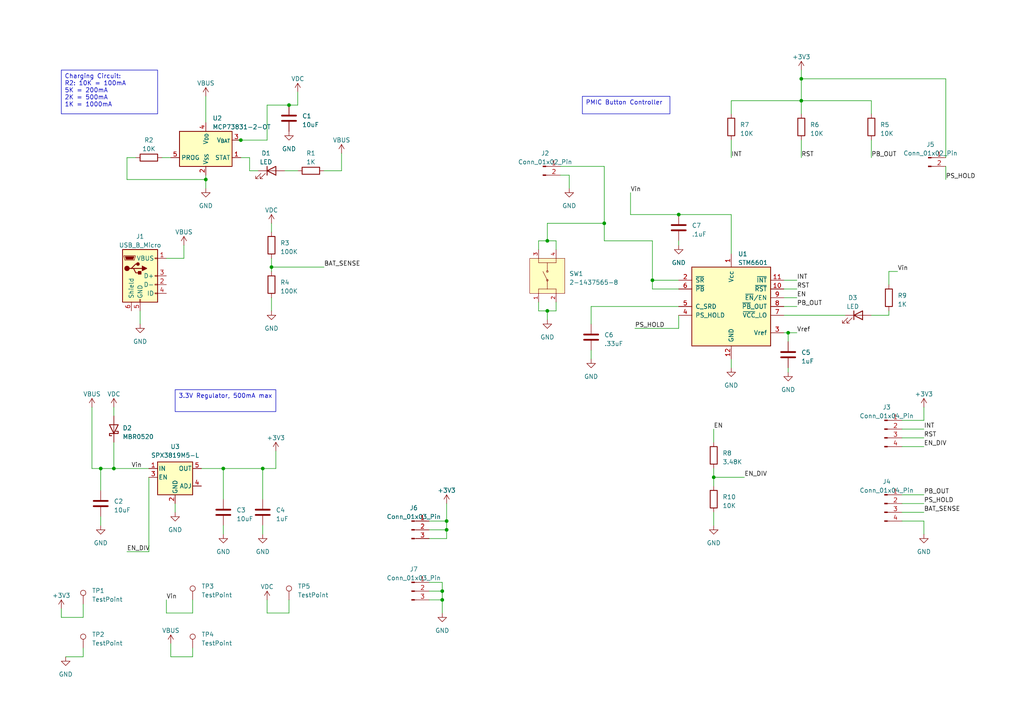
<source format=kicad_sch>
(kicad_sch (version 20230121) (generator eeschema)
  (paper "A4")
  (lib_symbols
    (symbol "2-1437565-8_CustomSwitch:2-1437565-8" (pin_names (offset 1.016))
      (property "Reference" "SW" (at -5.0841 5.3383 0))
      (property "Value" "2-1437565-8" (at -5.0826 -6.6074 0))
      (symbol "2-1437565-8_0_0"
        (rectangle (start -5.08 -5.08) (end 5.08 5.08) (stroke (width 0.127)) (fill (type background)))
        (circle (center -1.27 0) (radius 0.254) (stroke (width 0.127)))
        (polyline (pts (xy -5.08 2.54) (xy -3.81 2.54)) (stroke (width 0.127)))
        (polyline (pts (xy -3.81 -2.54) (xy -5.08 -2.54)) (stroke (width 0.127)))
        (polyline (pts (xy -3.81 0) (xy -3.81 -2.54)) (stroke (width 0.127)))
        (polyline (pts (xy -3.81 0) (xy -1.27 0)) (stroke (width 0.127)))
        (polyline (pts (xy -3.81 2.54) (xy -3.81 0)) (stroke (width 0.127)))
        (polyline (pts (xy -1.27 0) (xy 1.27 1.27)) (stroke (width 0.127)))
        (polyline (pts (xy 1.27 0) (xy 3.81 0)) (stroke (width 0.127)))
        (polyline (pts (xy 3.81 -2.54) (xy 5.08 -2.54)) (stroke (width 0.127)))
        (polyline (pts (xy 3.81 0) (xy 3.81 -2.54)) (stroke (width 0.127)))
        (polyline (pts (xy 3.81 0) (xy 3.81 2.54)) (stroke (width 0.127)))
        (polyline (pts (xy 3.81 2.54) (xy 5.08 2.54)) (stroke (width 0.127)))
        (circle (center 1.27 0) (radius 0.254) (stroke (width 0.127)))
        (pin passive line (at -7.62 2.54 0) (length 2.54) (name "~") (number "1"))
        (pin passive line (at -7.62 -2.54 0) (length 2.54) (name "~") (number "2"))
        (pin passive line (at 7.62 2.54 180) (length 2.54) (name "~") (number "3"))
        (pin passive line (at 7.62 -2.54 180) (length 2.54) (name "~") (number "4"))
      )
    )
    (symbol "Battery_Management:MCP73831-2-OT"
      (property "Reference" "U" (at -7.62 6.35 0))
      (property "Value" "MCP73831-2-OT" (at 1.27 6.35 0))
      (symbol "MCP73831-2-OT_0_1"
        (rectangle (start -7.62 5.08) (end 7.62 -5.08) (stroke (width 0.254)) (fill (type background)))
      )
      (symbol "MCP73831-2-OT_1_1"
        (pin output line (at 10.16 -2.54 180) (length 2.54) (name "STAT") (number "1"))
        (pin power_in line (at 0 -7.62 90) (length 2.54) (name "V_{SS}") (number "2"))
        (pin power_out line (at 10.16 2.54 180) (length 2.54) (name "V_{BAT}") (number "3"))
        (pin power_in line (at 0 7.62 270) (length 2.54) (name "V_{DD}") (number "4"))
        (pin input line (at -10.16 -2.54 0) (length 2.54) (name "PROG") (number "5"))
      )
    )
    (symbol "Connector:Conn_01x02_Pin" (pin_names (offset 1.016) hide)
      (property "Reference" "J" (at 0 2.54 0))
      (property "Value" "Conn_01x02_Pin" (at 0 -5.08 0))
      (symbol "Conn_01x02_Pin_1_1"
        (polyline (pts (xy 1.27 -2.54) (xy 0.8636 -2.54)) (stroke (width 0.1524)))
        (polyline (pts (xy 1.27 0) (xy 0.8636 0)) (stroke (width 0.1524)))
        (rectangle (start 0.8636 -2.413) (end 0 -2.667) (stroke (width 0.1524)) (fill (type outline)))
        (rectangle (start 0.8636 0.127) (end 0 -0.127) (stroke (width 0.1524)) (fill (type outline)))
        (pin passive line (at 5.08 0 180) (length 3.81) (name "Pin_1") (number "1"))
        (pin passive line (at 5.08 -2.54 180) (length 3.81) (name "Pin_2") (number "2"))
      )
    )
    (symbol "Connector:Conn_01x03_Pin" (pin_names (offset 1.016) hide)
      (property "Reference" "J" (at 0 5.08 0))
      (property "Value" "Conn_01x03_Pin" (at 0 -5.08 0))
      (symbol "Conn_01x03_Pin_1_1"
        (polyline (pts (xy 1.27 -2.54) (xy 0.8636 -2.54)) (stroke (width 0.1524)))
        (polyline (pts (xy 1.27 0) (xy 0.8636 0)) (stroke (width 0.1524)))
        (polyline (pts (xy 1.27 2.54) (xy 0.8636 2.54)) (stroke (width 0.1524)))
        (rectangle (start 0.8636 -2.413) (end 0 -2.667) (stroke (width 0.1524)) (fill (type outline)))
        (rectangle (start 0.8636 0.127) (end 0 -0.127) (stroke (width 0.1524)) (fill (type outline)))
        (rectangle (start 0.8636 2.667) (end 0 2.413) (stroke (width 0.1524)) (fill (type outline)))
        (pin passive line (at 5.08 2.54 180) (length 3.81) (name "Pin_1") (number "1"))
        (pin passive line (at 5.08 0 180) (length 3.81) (name "Pin_2") (number "2"))
        (pin passive line (at 5.08 -2.54 180) (length 3.81) (name "Pin_3") (number "3"))
      )
    )
    (symbol "Connector:Conn_01x04_Pin" (pin_names (offset 1.016) hide)
      (property "Reference" "J" (at 0 5.08 0))
      (property "Value" "Conn_01x04_Pin" (at 0 -7.62 0))
      (symbol "Conn_01x04_Pin_1_1"
        (polyline (pts (xy 1.27 -5.08) (xy 0.8636 -5.08)) (stroke (width 0.1524)))
        (polyline (pts (xy 1.27 -2.54) (xy 0.8636 -2.54)) (stroke (width 0.1524)))
        (polyline (pts (xy 1.27 0) (xy 0.8636 0)) (stroke (width 0.1524)))
        (polyline (pts (xy 1.27 2.54) (xy 0.8636 2.54)) (stroke (width 0.1524)))
        (rectangle (start 0.8636 -4.953) (end 0 -5.207) (stroke (width 0.1524)) (fill (type outline)))
        (rectangle (start 0.8636 -2.413) (end 0 -2.667) (stroke (width 0.1524)) (fill (type outline)))
        (rectangle (start 0.8636 0.127) (end 0 -0.127) (stroke (width 0.1524)) (fill (type outline)))
        (rectangle (start 0.8636 2.667) (end 0 2.413) (stroke (width 0.1524)) (fill (type outline)))
        (pin passive line (at 5.08 2.54 180) (length 3.81) (name "Pin_1") (number "1"))
        (pin passive line (at 5.08 0 180) (length 3.81) (name "Pin_2") (number "2"))
        (pin passive line (at 5.08 -2.54 180) (length 3.81) (name "Pin_3") (number "3"))
        (pin passive line (at 5.08 -5.08 180) (length 3.81) (name "Pin_4") (number "4"))
      )
    )
    (symbol "Connector:TestPoint" (pin_numbers hide) (pin_names (offset 0.762) hide)
      (property "Reference" "TP" (at 0 6.858 0))
      (property "Value" "TestPoint" (at 0 5.08 0))
      (symbol "TestPoint_0_1"
        (circle (center 0 3.302) (radius 0.762))
      )
      (symbol "TestPoint_1_1"
        (pin passive line (at 0 0 90) (length 2.54) (name "1") (number "1"))
      )
    )
    (symbol "Connector:USB_B_Micro" (pin_names (offset 1.016))
      (property "Reference" "J" (at -5.08 11.43 0))
      (property "Value" "USB_B_Micro" (at -5.08 8.89 0))
      (symbol "USB_B_Micro_0_1"
        (rectangle (start -5.08 -7.62) (end 5.08 7.62) (stroke (width 0.254)) (fill (type background)))
        (circle (center -3.81 2.159) (radius 0.635) (stroke (width 0.254)) (fill (type outline)))
        (circle (center -0.635 3.429) (radius 0.381) (stroke (width 0.254)) (fill (type outline)))
        (rectangle (start -0.127 -7.62) (end 0.127 -6.858))
        (polyline (pts (xy -1.905 2.159) (xy 0.635 2.159)) (stroke (width 0.254)))
        (polyline (pts (xy -3.175 2.159) (xy -2.54 2.159) (xy -1.27 3.429) (xy -0.635 3.429)) (stroke (width 0.254)))
        (polyline (pts (xy -2.54 2.159) (xy -1.905 2.159) (xy -1.27 0.889) (xy 0 0.889)) (stroke (width 0.254)))
        (polyline (pts (xy 0.635 2.794) (xy 0.635 1.524) (xy 1.905 2.159) (xy 0.635 2.794)) (stroke (width 0.254)) (fill (type outline)))
        (polyline (pts (xy -4.318 5.588) (xy -1.778 5.588) (xy -2.032 4.826) (xy -4.064 4.826) (xy -4.318 5.588)) (fill (type outline)))
        (polyline (pts (xy -4.699 5.842) (xy -4.699 5.588) (xy -4.445 4.826) (xy -4.445 4.572) (xy -1.651 4.572) (xy -1.651 4.826) (xy -1.397 5.588) (xy -1.397 5.842) (xy -4.699 5.842)))
        (rectangle (start 0.254 1.27) (end -0.508 0.508) (stroke (width 0.254)) (fill (type outline)))
        (rectangle (start 5.08 -5.207) (end 4.318 -4.953))
        (rectangle (start 5.08 -2.667) (end 4.318 -2.413))
        (rectangle (start 5.08 -0.127) (end 4.318 0.127))
        (rectangle (start 5.08 4.953) (end 4.318 5.207))
      )
      (symbol "USB_B_Micro_1_1"
        (pin power_out line (at 7.62 5.08 180) (length 2.54) (name "VBUS") (number "1"))
        (pin bidirectional line (at 7.62 -2.54 180) (length 2.54) (name "D-") (number "2"))
        (pin bidirectional line (at 7.62 0 180) (length 2.54) (name "D+") (number "3"))
        (pin passive line (at 7.62 -5.08 180) (length 2.54) (name "ID") (number "4"))
        (pin power_out line (at 0 -10.16 90) (length 2.54) (name "GND") (number "5"))
        (pin passive line (at -2.54 -10.16 90) (length 2.54) (name "Shield") (number "6"))
      )
    )
    (symbol "Device:C" (pin_numbers hide) (pin_names (offset 0.254))
      (property "Reference" "C" (at 0.635 2.54 0))
      (property "Value" "C" (at 0.635 -2.54 0))
      (symbol "C_0_1"
        (polyline (pts (xy -2.032 -0.762) (xy 2.032 -0.762)) (stroke (width 0.508)))
        (polyline (pts (xy -2.032 0.762) (xy 2.032 0.762)) (stroke (width 0.508)))
      )
      (symbol "C_1_1"
        (pin passive line (at 0 3.81 270) (length 2.794) (name "~") (number "1"))
        (pin passive line (at 0 -3.81 90) (length 2.794) (name "~") (number "2"))
      )
    )
    (symbol "Device:LED" (pin_numbers hide) (pin_names (offset 1.016) hide)
      (property "Reference" "D" (at 0 2.54 0))
      (property "Value" "LED" (at 0 -2.54 0))
      (symbol "LED_0_1"
        (polyline (pts (xy -1.27 -1.27) (xy -1.27 1.27)) (stroke (width 0.254)))
        (polyline (pts (xy -1.27 0) (xy 1.27 0)))
        (polyline (pts (xy 1.27 -1.27) (xy 1.27 1.27) (xy -1.27 0) (xy 1.27 -1.27)) (stroke (width 0.254)))
        (polyline (pts (xy -3.048 -0.762) (xy -4.572 -2.286) (xy -3.81 -2.286) (xy -4.572 -2.286) (xy -4.572 -1.524)))
        (polyline (pts (xy -1.778 -0.762) (xy -3.302 -2.286) (xy -2.54 -2.286) (xy -3.302 -2.286) (xy -3.302 -1.524)))
      )
      (symbol "LED_1_1"
        (pin passive line (at -3.81 0 0) (length 2.54) (name "K") (number "1"))
        (pin passive line (at 3.81 0 180) (length 2.54) (name "A") (number "2"))
      )
    )
    (symbol "Device:R" (pin_numbers hide) (pin_names (offset 0))
      (property "Reference" "R" (at 2.032 0 90))
      (property "Value" "R" (at 0 0 90))
      (symbol "R_0_1"
        (rectangle (start -1.016 -2.54) (end 1.016 2.54) (stroke (width 0.254)))
      )
      (symbol "R_1_1"
        (pin passive line (at 0 3.81 270) (length 1.27) (name "~") (number "1"))
        (pin passive line (at 0 -3.81 90) (length 1.27) (name "~") (number "2"))
      )
    )
    (symbol "Diode:MBR0520" (pin_numbers hide) (pin_names (offset 1.016) hide)
      (property "Reference" "D" (at 0 2.54 0))
      (property "Value" "MBR0520" (at 0 -2.54 0))
      (symbol "MBR0520_0_1"
        (polyline (pts (xy 1.27 0) (xy -1.27 0)))
        (polyline (pts (xy 1.27 1.27) (xy 1.27 -1.27) (xy -1.27 0) (xy 1.27 1.27)) (stroke (width 0.254)))
        (polyline (pts (xy -1.905 0.635) (xy -1.905 1.27) (xy -1.27 1.27) (xy -1.27 -1.27) (xy -0.635 -1.27) (xy -0.635 -0.635)) (stroke (width 0.254)))
      )
      (symbol "MBR0520_1_1"
        (pin passive line (at -3.81 0 0) (length 2.54) (name "K") (number "1"))
        (pin passive line (at 3.81 0 180) (length 2.54) (name "A") (number "2"))
      )
    )
    (symbol "Power_Management:STM6601" (pin_names (offset 1.016))
      (property "Reference" "U" (at -2.54 15.24 0))
      (property "Value" "STM6601" (at -2.54 12.7 0))
      (symbol "STM6601_0_1"
        (rectangle (start -11.43 11.43) (end 11.43 -11.43) (stroke (width 0.254)) (fill (type background)))
      )
      (symbol "STM6601_1_1"
        (pin power_in line (at 0 15.24 270) (length 3.81) (name "Vcc") (number "1"))
        (pin open_collector line (at 15.24 5.08 180) (length 3.81) (name "~{RST}") (number "10"))
        (pin open_collector line (at 15.24 7.62 180) (length 3.81) (name "~{INT}") (number "11"))
        (pin power_in line (at 0 -15.24 90) (length 3.81) (name "GND") (number "12"))
        (pin input line (at -15.24 7.62 0) (length 3.81) (name "~{SR}") (number "2"))
        (pin output line (at 15.24 -7.62 180) (length 3.81) (name "Vref") (number "3"))
        (pin input line (at -15.24 -2.54 0) (length 3.81) (name "PS_HOLD") (number "4"))
        (pin input line (at -15.24 0 0) (length 3.81) (name "C_SRD") (number "5"))
        (pin input line (at -15.24 5.08 0) (length 3.81) (name "~{PB}") (number "6"))
        (pin open_collector line (at 15.24 -2.54 180) (length 3.81) (name "~{VCC}_LO") (number "7"))
        (pin open_collector line (at 15.24 0 180) (length 3.81) (name "~{PB}_OUT") (number "8"))
        (pin output line (at 15.24 2.54 180) (length 3.81) (name "~{EN}/EN") (number "9"))
      )
    )
    (symbol "Regulator_Linear:SPX3819M5-L" (pin_names (offset 0.254))
      (property "Reference" "U" (at -3.81 5.715 0))
      (property "Value" "SPX3819M5-L" (at 0 5.715 0))
      (symbol "SPX3819M5-L_0_1"
        (rectangle (start -5.08 4.445) (end 5.08 -5.08) (stroke (width 0.254)) (fill (type background)))
      )
      (symbol "SPX3819M5-L_1_1"
        (pin power_in line (at -7.62 2.54 0) (length 2.54) (name "IN") (number "1"))
        (pin power_in line (at 0 -7.62 90) (length 2.54) (name "GND") (number "2"))
        (pin input line (at -7.62 0 0) (length 2.54) (name "EN") (number "3"))
        (pin input line (at 7.62 -2.54 180) (length 2.54) (name "ADJ") (number "4"))
        (pin power_out line (at 7.62 2.54 180) (length 2.54) (name "OUT") (number "5"))
      )
    )
    (symbol "power:+3V3" (power) (pin_names (offset 0))
      (property "Value" "+3V3" (at 0 3.556 0))
      (symbol "+3V3_0_1"
        (polyline (pts (xy -0.762 1.27) (xy 0 2.54)))
        (polyline (pts (xy 0 0) (xy 0 2.54)))
        (polyline (pts (xy 0 2.54) (xy 0.762 1.27)))
      )
      (symbol "+3V3_1_1"
        (pin power_in line (at 0 0 90) (length 0) hide (name "+3V3") (number "1"))
      )
    )
    (symbol "power:GND" (power) (pin_names (offset 0))
      (property "Value" "GND" (at 0 -3.81 0))
      (symbol "GND_0_1"
        (polyline (pts (xy 0 0) (xy 0 -1.27) (xy 1.27 -1.27) (xy 0 -2.54) (xy -1.27 -1.27) (xy 0 -1.27)))
      )
      (symbol "GND_1_1"
        (pin power_in line (at 0 0 270) (length 0) hide (name "GND") (number "1"))
      )
    )
    (symbol "power:VBUS" (power) (pin_names (offset 0))
      (property "Value" "VBUS" (at 0 3.81 0))
      (symbol "VBUS_0_1"
        (polyline (pts (xy -0.762 1.27) (xy 0 2.54)))
        (polyline (pts (xy 0 0) (xy 0 2.54)))
        (polyline (pts (xy 0 2.54) (xy 0.762 1.27)))
      )
      (symbol "VBUS_1_1"
        (pin power_in line (at 0 0 90) (length 0) hide (name "VBUS") (number "1"))
      )
    )
    (symbol "power:VDC" (power) (pin_names (offset 0))
      (property "Value" "VDC" (at 0 6.35 0))
      (symbol "VDC_0_1"
        (polyline (pts (xy -0.762 1.27) (xy 0 2.54)))
        (polyline (pts (xy 0 0) (xy 0 2.54)))
        (polyline (pts (xy 0 2.54) (xy 0.762 1.27)))
      )
      (symbol "VDC_1_1"
        (pin power_in line (at 0 0 90) (length 0) hide (name "VDC") (number "1"))
      )
    )
  )
  (junction (at 228.6 96.52))
  (junction (at 29.21 135.89))
  (junction (at 158.75 69.85))
  (junction (at 128.27 173.99))
  (junction (at 129.54 151.13))
  (junction (at 175.26 64.77))
  (junction (at 64.77 135.89))
  (junction (at 189.23 81.28))
  (junction (at 196.85 62.23))
  (junction (at 78.74 77.47))
  (junction (at 69.85 40.64))
  (junction (at 128.27 171.45))
  (junction (at 83.82 30.48))
  (junction (at 33.02 135.89))
  (junction (at 59.69 52.07))
  (junction (at 207.01 138.43))
  (junction (at 76.2 135.89))
  (junction (at 232.41 29.21))
  (junction (at 129.54 153.67))
  (junction (at 232.41 22.86))
  (junction (at 158.75 90.17))
  (wire (pts (xy 232.41 40.64) (xy 232.41 45.72)))
  (wire (pts (xy 124.46 173.99) (xy 128.27 173.99)))
  (wire (pts (xy 59.69 52.07) (xy 59.69 54.61)))
  (wire (pts (xy 232.41 22.86) (xy 232.41 29.21)))
  (wire (pts (xy 36.83 45.72) (xy 36.83 52.07)))
  (wire (pts (xy 158.75 69.85) (xy 161.29 69.85)))
  (wire (pts (xy 158.75 64.77) (xy 158.75 69.85)))
  (wire (pts (xy 267.97 121.92) (xy 267.97 118.11)))
  (wire (pts (xy 82.55 49.53) (xy 86.36 49.53)))
  (wire (pts (xy 212.09 40.64) (xy 212.09 45.72)))
  (wire (pts (xy 39.37 45.72) (xy 36.83 45.72)))
  (wire (pts (xy 99.06 44.45) (xy 99.06 49.53)))
  (wire (pts (xy 267.97 151.13) (xy 267.97 154.94)))
  (wire (pts (xy 19.05 190.5) (xy 24.13 190.5)))
  (wire (pts (xy 257.81 78.74) (xy 260.35 78.74)))
  (wire (pts (xy 162.56 50.8) (xy 165.1 50.8)))
  (wire (pts (xy 72.39 49.53) (xy 74.93 49.53)))
  (wire (pts (xy 261.62 151.13) (xy 267.97 151.13)))
  (wire (pts (xy 161.29 87.63) (xy 161.29 90.17)))
  (wire (pts (xy 156.21 87.63) (xy 156.21 90.17)))
  (wire (pts (xy 128.27 168.91) (xy 128.27 171.45)))
  (wire (pts (xy 129.54 146.05) (xy 129.54 151.13)))
  (wire (pts (xy 156.21 90.17) (xy 158.75 90.17)))
  (wire (pts (xy 175.26 69.85) (xy 175.26 64.77)))
  (wire (pts (xy 129.54 156.21) (xy 129.54 153.67)))
  (wire (pts (xy 175.26 48.26) (xy 175.26 64.77)))
  (wire (pts (xy 182.88 55.88) (xy 182.88 62.23)))
  (wire (pts (xy 64.77 152.4) (xy 64.77 154.94)))
  (wire (pts (xy 257.81 91.44) (xy 257.81 90.17)))
  (wire (pts (xy 128.27 173.99) (xy 128.27 177.8)))
  (wire (pts (xy 49.53 190.5) (xy 55.88 190.5)))
  (wire (pts (xy 196.85 83.82) (xy 189.23 83.82)))
  (wire (pts (xy 227.33 91.44) (xy 245.11 91.44)))
  (wire (pts (xy 55.88 187.96) (xy 55.88 190.5)))
  (wire (pts (xy 171.45 101.6) (xy 171.45 104.14)))
  (wire (pts (xy 58.42 135.89) (xy 64.77 135.89)))
  (wire (pts (xy 124.46 171.45) (xy 128.27 171.45)))
  (wire (pts (xy 274.32 22.86) (xy 232.41 22.86)))
  (wire (pts (xy 33.02 128.27) (xy 33.02 135.89)))
  (wire (pts (xy 161.29 69.85) (xy 161.29 72.39)))
  (wire (pts (xy 162.56 48.26) (xy 175.26 48.26)))
  (wire (pts (xy 124.46 168.91) (xy 128.27 168.91)))
  (wire (pts (xy 261.62 127) (xy 267.97 127)))
  (wire (pts (xy 207.01 138.43) (xy 215.9 138.43)))
  (wire (pts (xy 29.21 135.89) (xy 33.02 135.89)))
  (wire (pts (xy 77.47 40.64) (xy 77.47 30.48)))
  (wire (pts (xy 29.21 135.89) (xy 29.21 142.24)))
  (wire (pts (xy 78.74 77.47) (xy 78.74 78.74)))
  (wire (pts (xy 55.88 177.8) (xy 55.88 173.99)))
  (wire (pts (xy 124.46 153.67) (xy 129.54 153.67)))
  (wire (pts (xy 26.67 135.89) (xy 29.21 135.89)))
  (wire (pts (xy 252.73 40.64) (xy 252.73 45.72)))
  (wire (pts (xy 189.23 69.85) (xy 175.26 69.85)))
  (wire (pts (xy 261.62 146.05) (xy 267.97 146.05)))
  (wire (pts (xy 48.26 74.93) (xy 53.34 74.93)))
  (wire (pts (xy 64.77 135.89) (xy 76.2 135.89)))
  (wire (pts (xy 36.83 52.07) (xy 59.69 52.07)))
  (wire (pts (xy 76.2 135.89) (xy 80.01 135.89)))
  (wire (pts (xy 252.73 91.44) (xy 257.81 91.44)))
  (wire (pts (xy 196.85 88.9) (xy 171.45 88.9)))
  (wire (pts (xy 29.21 149.86) (xy 29.21 152.4)))
  (wire (pts (xy 50.8 146.05) (xy 50.8 148.59)))
  (wire (pts (xy 53.34 74.93) (xy 53.34 71.12)))
  (wire (pts (xy 68.58 40.64) (xy 69.85 40.64)))
  (wire (pts (xy 182.88 62.23) (xy 196.85 62.23)))
  (wire (pts (xy 48.26 173.99) (xy 48.26 177.8)))
  (wire (pts (xy 212.09 33.02) (xy 212.09 29.21)))
  (wire (pts (xy 158.75 90.17) (xy 158.75 92.71)))
  (wire (pts (xy 207.01 124.46) (xy 207.01 128.27)))
  (wire (pts (xy 156.21 72.39) (xy 156.21 69.85)))
  (wire (pts (xy 232.41 29.21) (xy 232.41 33.02)))
  (wire (pts (xy 80.01 130.81) (xy 80.01 135.89)))
  (wire (pts (xy 36.83 160.02) (xy 43.18 160.02)))
  (wire (pts (xy 77.47 30.48) (xy 83.82 30.48)))
  (wire (pts (xy 228.6 96.52) (xy 228.6 99.06)))
  (wire (pts (xy 196.85 69.85) (xy 196.85 71.12)))
  (wire (pts (xy 76.2 152.4) (xy 76.2 154.94)))
  (wire (pts (xy 212.09 62.23) (xy 196.85 62.23)))
  (wire (pts (xy 24.13 179.07) (xy 24.13 175.26)))
  (wire (pts (xy 212.09 104.14) (xy 212.09 106.68)))
  (wire (pts (xy 78.74 86.36) (xy 78.74 90.17)))
  (wire (pts (xy 43.18 138.43) (xy 43.18 160.02)))
  (wire (pts (xy 77.47 177.8) (xy 83.82 177.8)))
  (wire (pts (xy 227.33 96.52) (xy 228.6 96.52)))
  (wire (pts (xy 124.46 156.21) (xy 129.54 156.21)))
  (wire (pts (xy 212.09 29.21) (xy 232.41 29.21)))
  (wire (pts (xy 228.6 106.68) (xy 228.6 107.95)))
  (wire (pts (xy 93.98 49.53) (xy 99.06 49.53)))
  (wire (pts (xy 128.27 171.45) (xy 128.27 173.99)))
  (wire (pts (xy 24.13 190.5) (xy 24.13 187.96)))
  (wire (pts (xy 227.33 88.9) (xy 231.14 88.9)))
  (wire (pts (xy 129.54 151.13) (xy 129.54 153.67)))
  (wire (pts (xy 207.01 138.43) (xy 207.01 140.97)))
  (wire (pts (xy 261.62 143.51) (xy 267.97 143.51)))
  (wire (pts (xy 83.82 177.8) (xy 83.82 173.99)))
  (wire (pts (xy 77.47 173.99) (xy 77.47 177.8)))
  (wire (pts (xy 227.33 86.36) (xy 231.14 86.36)))
  (wire (pts (xy 252.73 33.02) (xy 252.73 29.21)))
  (wire (pts (xy 49.53 186.69) (xy 49.53 190.5)))
  (wire (pts (xy 26.67 118.11) (xy 26.67 135.89)))
  (wire (pts (xy 33.02 135.89) (xy 43.18 135.89)))
  (wire (pts (xy 207.01 148.59) (xy 207.01 152.4)))
  (wire (pts (xy 124.46 151.13) (xy 129.54 151.13)))
  (wire (pts (xy 227.33 83.82) (xy 231.14 83.82)))
  (wire (pts (xy 261.62 124.46) (xy 267.97 124.46)))
  (wire (pts (xy 78.74 74.93) (xy 78.74 77.47)))
  (wire (pts (xy 83.82 30.48) (xy 86.36 30.48)))
  (wire (pts (xy 156.21 69.85) (xy 158.75 69.85)))
  (wire (pts (xy 228.6 96.52) (xy 231.14 96.52)))
  (wire (pts (xy 175.26 64.77) (xy 158.75 64.77)))
  (wire (pts (xy 40.64 90.17) (xy 40.64 93.98)))
  (wire (pts (xy 69.85 45.72) (xy 72.39 45.72)))
  (wire (pts (xy 227.33 81.28) (xy 231.14 81.28)))
  (wire (pts (xy 17.78 176.53) (xy 17.78 179.07)))
  (wire (pts (xy 274.32 45.72) (xy 274.32 22.86)))
  (wire (pts (xy 78.74 64.77) (xy 78.74 67.31)))
  (wire (pts (xy 232.41 20.32) (xy 232.41 22.86)))
  (wire (pts (xy 158.75 90.17) (xy 161.29 90.17)))
  (wire (pts (xy 165.1 50.8) (xy 165.1 54.61)))
  (wire (pts (xy 196.85 91.44) (xy 196.85 95.25)))
  (wire (pts (xy 33.02 118.11) (xy 33.02 120.65)))
  (wire (pts (xy 207.01 135.89) (xy 207.01 138.43)))
  (wire (pts (xy 261.62 121.92) (xy 267.97 121.92)))
  (wire (pts (xy 48.26 177.8) (xy 55.88 177.8)))
  (wire (pts (xy 189.23 81.28) (xy 189.23 83.82)))
  (wire (pts (xy 189.23 81.28) (xy 196.85 81.28)))
  (wire (pts (xy 171.45 88.9) (xy 171.45 93.98)))
  (wire (pts (xy 72.39 45.72) (xy 72.39 49.53)))
  (wire (pts (xy 261.62 129.54) (xy 267.97 129.54)))
  (wire (pts (xy 59.69 50.8) (xy 59.69 52.07)))
  (wire (pts (xy 59.69 27.94) (xy 59.69 35.56)))
  (wire (pts (xy 86.36 26.67) (xy 86.36 30.48)))
  (wire (pts (xy 196.85 95.25) (xy 184.15 95.25)))
  (wire (pts (xy 64.77 135.89) (xy 64.77 144.78)))
  (wire (pts (xy 261.62 148.59) (xy 267.97 148.59)))
  (wire (pts (xy 189.23 69.85) (xy 189.23 81.28)))
  (wire (pts (xy 212.09 73.66) (xy 212.09 62.23)))
  (wire (pts (xy 76.2 144.78) (xy 76.2 135.89)))
  (wire (pts (xy 46.99 45.72) (xy 49.53 45.72)))
  (wire (pts (xy 78.74 77.47) (xy 93.98 77.47)))
  (wire (pts (xy 257.81 82.55) (xy 257.81 78.74)))
  (wire (pts (xy 274.32 48.26) (xy 274.32 52.07)))
  (wire (pts (xy 17.78 179.07) (xy 24.13 179.07)))
  (wire (pts (xy 232.41 29.21) (xy 252.73 29.21)))
  (wire (pts (xy 69.85 40.64) (xy 77.47 40.64)))
  (text_box "PMIC Button Controller\n" (at 168.91 27.94 0) (size 25.4 5.08) (effects (font (size 1.27 1.27)) (justify left top)))
  (text_box "Charging Circuit:\nR2: 10K = 100mA\n5K = 200mA\n2K = 500mA\n1K = 1000mA" (at 17.78 20.32 0) (size 27.94 12.7) (effects (font (size 1.27 1.27)) (justify left top)))
  (text_box "3.3V Regulator, 500mA max\n" (at 50.8 113.03 0) (size 29.21 6.35) (effects (font (size 1.27 1.27)) (justify left top)))
  (label "Vref" (at 231.14 96.52 0))
  (label "Vin" (at 38.1 135.89 0))
  (label "RST" (at 267.97 127 0))
  (label "PB_OUT" (at 231.14 88.9 0))
  (label "INT" (at 267.97 124.46 0))
  (label "BAT_SENSE" (at 267.97 148.59 0))
  (label "RST" (at 231.14 83.82 0))
  (label "INT" (at 231.14 81.28 0))
  (label "BAT_SENSE" (at 93.98 77.47 0))
  (label "Vin" (at 182.88 55.88 0))
  (label "Vin" (at 260.35 78.74 0))
  (label "PS_HOLD" (at 274.32 52.07 0))
  (label "Vin" (at 48.26 173.99 0))
  (label "EN_DIV" (at 36.83 160.02 0))
  (label "PB_OUT" (at 252.73 45.72 0))
  (label "INT" (at 212.09 45.72 0))
  (label "EN_DIV" (at 215.9 138.43 0))
  (label "PS_HOLD" (at 267.97 146.05 0))
  (label "PS_HOLD" (at 184.15 95.25 0))
  (label "EN" (at 231.14 86.36 0))
  (label "EN_DIV" (at 267.97 129.54 0))
  (label "PB_OUT" (at 267.97 143.51 0))
  (label "RST" (at 232.41 45.72 0))
  (label "EN" (at 207.01 124.46 0))
  (symbol (lib_id "Device:LED") (at 78.74 49.53 0) (unit 1)
    (property "Reference" "D1" (at 77.1525 44.45 0))
    (property "Value" "LED" (at 77.1525 46.99 0))
    (property "Footprint" "LED_SMD:LED_1206_3216Metric_Pad1.42x1.75mm_HandSolder" (effects hide))
  )
  (symbol (lib_id "power:VDC") (at 78.74 64.77 0) (unit 1)
    (property "Reference" "#PWR06" (effects hide))
    (property "Value" "VDC" (at 78.74 60.96 0))
  )
  (symbol (lib_id "Device:R") (at 257.81 86.36 0) (unit 1)
    (property "Reference" "R9" (at 260.35 85.725 0) (effects (justify left)))
    (property "Value" "1K" (at 260.35 88.265 0) (effects (justify left)))
    (property "Footprint" "Resistor_SMD:R_1206_3216Metric_Pad1.30x1.75mm_HandSolder" (effects hide))
  )
  (symbol (lib_id "power:GND") (at 19.05 190.5 0) (unit 1)
    (property "Reference" "#PWR030" (effects hide))
    (property "Value" "GND" (at 19.05 195.58 0))
  )
  (symbol (lib_id "Connector:TestPoint") (at 55.88 173.99 0) (unit 1)
    (property "Reference" "TP3" (at 58.42 170.053 0) (effects (justify left)))
    (property "Value" "TestPoint" (at 58.42 172.593 0) (effects (justify left)))
  )
  (symbol (lib_id "Connector:Conn_01x04_Pin") (at 256.54 146.05 0) (unit 1)
    (property "Reference" "J4" (at 257.175 139.7 0))
    (property "Value" "Conn_01x04_Pin" (at 257.175 142.24 0))
  )
  (symbol (lib_id "Diode:MBR0520") (at 33.02 124.46 90) (unit 1)
    (property "Reference" "D2" (at 35.56 124.1425 90) (effects (justify right)))
    (property "Value" "MBR0520" (at 35.56 126.6825 90) (effects (justify right)))
    (property "Footprint" "Diode_SMD:D_SOD-123" (effects hide))
    (property "Datasheet" "http://www.mccsemi.com/up_pdf/MBR0520~MBR0580(SOD123).pdf" (effects hide))
  )
  (symbol (lib_id "Connector:TestPoint") (at 24.13 175.26 0) (unit 1)
    (property "Reference" "TP1" (at 26.67 171.323 0) (effects (justify left)))
    (property "Value" "TestPoint" (at 26.67 173.863 0) (effects (justify left)))
  )
  (symbol (lib_id "Connector:TestPoint") (at 83.82 173.99 0) (unit 1)
    (property "Reference" "TP5" (at 86.36 170.053 0) (effects (justify left)))
    (property "Value" "TestPoint" (at 86.36 172.593 0) (effects (justify left)))
  )
  (symbol (lib_id "power:VDC") (at 86.36 26.67 0) (unit 1)
    (property "Reference" "#PWR02" (effects hide))
    (property "Value" "VDC" (at 86.36 22.86 0))
  )
  (symbol (lib_id "Device:R") (at 232.41 36.83 0) (unit 1)
    (property "Reference" "R6" (at 234.95 36.195 0) (effects (justify left)))
    (property "Value" "10K" (at 234.95 38.735 0) (effects (justify left)))
    (property "Footprint" "Resistor_SMD:R_1206_3216Metric_Pad1.30x1.75mm_HandSolder" (effects hide))
  )
  (symbol (lib_id "power:GND") (at 29.21 152.4 0) (unit 1)
    (property "Reference" "#PWR013" (effects hide))
    (property "Value" "GND" (at 29.21 157.48 0))
  )
  (symbol (lib_id "Connector:TestPoint") (at 55.88 187.96 0) (unit 1)
    (property "Reference" "TP4" (at 58.42 184.023 0) (effects (justify left)))
    (property "Value" "TestPoint" (at 58.42 186.563 0) (effects (justify left)))
  )
  (symbol (lib_id "power:GND") (at 50.8 148.59 0) (unit 1)
    (property "Reference" "#PWR012" (effects hide))
    (property "Value" "GND" (at 50.8 153.67 0))
  )
  (symbol (lib_id "power:+3V3") (at 80.01 130.81 0) (unit 1)
    (property "Reference" "#PWR016" (effects hide))
    (property "Value" "+3V3" (at 80.01 127 0))
  )
  (symbol (lib_id "Connector:Conn_01x02_Pin") (at 269.24 45.72 0) (unit 1)
    (property "Reference" "J5" (at 269.875 41.91 0))
    (property "Value" "Conn_01x02_Pin" (at 269.875 44.45 0))
  )
  (symbol (lib_id "Regulator_Linear:SPX3819M5-L") (at 50.8 138.43 0) (unit 1)
    (property "Reference" "U3" (at 50.8 129.54 0))
    (property "Value" "SPX3819M5-L" (at 50.8 132.08 0))
    (property "Footprint" "Package_TO_SOT_SMD:SOT-23-5" (effects hide))
    (property "Datasheet" "https://www.exar.com/content/document.ashx?id=22106&languageid=1033&type=Datasheet&partnumber=SPX3819&filename=SPX3819.pdf&part=SPX3819" (effects hide))
  )
  (symbol (lib_id "power:VBUS") (at 26.67 118.11 0) (unit 1)
    (property "Reference" "#PWR010" (effects hide))
    (property "Value" "VBUS" (at 26.67 114.3 0))
  )
  (symbol (lib_id "Connector:Conn_01x04_Pin") (at 256.54 124.46 0) (unit 1)
    (property "Reference" "J3" (at 257.175 118.11 0))
    (property "Value" "Conn_01x04_Pin" (at 257.175 120.65 0))
  )
  (symbol (lib_id "power:VDC") (at 77.47 173.99 0) (unit 1)
    (property "Reference" "#PWR032" (effects hide))
    (property "Value" "VDC" (at 77.47 170.18 0))
  )
  (symbol (lib_id "power:VBUS") (at 53.34 71.12 0) (unit 1)
    (property "Reference" "#PWR08" (effects hide))
    (property "Value" "VBUS" (at 53.34 67.31 0))
  )
  (symbol (lib_id "Device:C") (at 83.82 34.29 0) (unit 1)
    (property "Reference" "C1" (at 87.63 33.655 0) (effects (justify left)))
    (property "Value" "10uF" (at 87.63 36.195 0) (effects (justify left)))
    (property "Footprint" "Capacitor_SMD:C_1206_3216Metric_Pad1.33x1.80mm_HandSolder" (effects hide))
  )
  (symbol (lib_id "Device:C") (at 64.77 148.59 0) (unit 1)
    (property "Reference" "C3" (at 68.58 147.955 0) (effects (justify left)))
    (property "Value" "10uF" (at 68.58 150.495 0) (effects (justify left)))
    (property "Footprint" "Capacitor_SMD:C_1206_3216Metric_Pad1.33x1.80mm_HandSolder" (effects hide))
  )
  (symbol (lib_id "Device:C") (at 29.21 146.05 0) (unit 1)
    (property "Reference" "C2" (at 33.02 145.415 0) (effects (justify left)))
    (property "Value" "10uF" (at 33.02 147.955 0) (effects (justify left)))
    (property "Footprint" "Capacitor_SMD:C_1206_3216Metric_Pad1.33x1.80mm_HandSolder" (effects hide))
  )
  (symbol (lib_id "Device:C") (at 76.2 148.59 0) (unit 1)
    (property "Reference" "C4" (at 80.01 147.955 0) (effects (justify left)))
    (property "Value" "1uF" (at 80.01 150.495 0) (effects (justify left)))
    (property "Footprint" "Capacitor_SMD:C_1206_3216Metric_Pad1.33x1.80mm_HandSolder" (effects hide))
  )
  (symbol (lib_id "power:VBUS") (at 59.69 27.94 0) (unit 1)
    (property "Reference" "#PWR05" (effects hide))
    (property "Value" "VBUS" (at 59.69 24.13 0))
  )
  (symbol (lib_id "Device:C") (at 228.6 102.87 0) (unit 1)
    (property "Reference" "C5" (at 232.41 102.235 0) (effects (justify left)))
    (property "Value" "1uF" (at 232.41 104.775 0) (effects (justify left)))
    (property "Footprint" "Capacitor_SMD:C_1206_3216Metric_Pad1.33x1.80mm_HandSolder" (effects hide))
  )
  (symbol (lib_id "power:GND") (at 228.6 107.95 0) (unit 1)
    (property "Reference" "#PWR017" (effects hide))
    (property "Value" "GND" (at 228.6 113.03 0))
  )
  (symbol (lib_id "Device:C") (at 171.45 97.79 0) (unit 1)
    (property "Reference" "C6" (at 175.26 97.155 0) (effects (justify left)))
    (property "Value" ".33uF" (at 175.26 99.695 0) (effects (justify left)))
    (property "Footprint" "Capacitor_SMD:C_1206_3216Metric_Pad1.33x1.80mm_HandSolder" (effects hide))
  )
  (symbol (lib_id "power:GND") (at 59.69 54.61 0) (unit 1)
    (property "Reference" "#PWR01" (effects hide))
    (property "Value" "GND" (at 59.69 59.69 0))
  )
  (symbol (lib_id "power:VBUS") (at 99.06 44.45 0) (unit 1)
    (property "Reference" "#PWR04" (effects hide))
    (property "Value" "VBUS" (at 99.06 40.64 0))
  )
  (symbol (lib_id "power:GND") (at 64.77 154.94 0) (unit 1)
    (property "Reference" "#PWR014" (effects hide))
    (property "Value" "GND" (at 64.77 160.02 0))
  )
  (symbol (lib_id "Battery_Management:MCP73831-2-OT") (at 59.69 43.18 0) (unit 1)
    (property "Reference" "U2" (at 61.6459 34.29 0) (effects (justify left)))
    (property "Value" "MCP73831-2-OT" (at 61.6459 36.83 0) (effects (justify left)))
    (property "Footprint" "Package_TO_SOT_SMD:SOT-23-5" (effects hide))
    (property "Datasheet" "http://ww1.microchip.com/downloads/en/DeviceDoc/20001984g.pdf" (effects hide))
  )
  (symbol (lib_id "power:+3V3") (at 17.78 176.53 0) (unit 1)
    (property "Reference" "#PWR029" (effects hide))
    (property "Value" "+3V3" (at 17.78 172.72 0))
  )
  (symbol (lib_id "power:GND") (at 158.75 92.71 0) (unit 1)
    (property "Reference" "#PWR021" (effects hide))
    (property "Value" "GND" (at 158.75 97.79 0))
  )
  (symbol (lib_id "power:+3V3") (at 129.54 146.05 0) (unit 1)
    (property "Reference" "#PWR026" (effects hide))
    (property "Value" "+3V3" (at 129.54 142.24 0))
  )
  (symbol (lib_id "Device:R") (at 78.74 82.55 0) (unit 1)
    (property "Reference" "R4" (at 81.28 81.915 0) (effects (justify left)))
    (property "Value" "100K" (at 81.28 84.455 0) (effects (justify left)))
    (property "Footprint" "Resistor_SMD:R_1206_3216Metric_Pad1.30x1.75mm_HandSolder" (effects hide))
  )
  (symbol (lib_id "Device:R") (at 78.74 71.12 0) (unit 1)
    (property "Reference" "R3" (at 81.28 70.485 0) (effects (justify left)))
    (property "Value" "100K" (at 81.28 73.025 0) (effects (justify left)))
    (property "Footprint" "Resistor_SMD:R_1206_3216Metric_Pad1.30x1.75mm_HandSolder" (effects hide))
  )
  (symbol (lib_id "Device:R") (at 207.01 132.08 0) (unit 1)
    (property "Reference" "R8" (at 209.55 131.445 0) (effects (justify left)))
    (property "Value" "3.48K" (at 209.55 133.985 0) (effects (justify left)))
    (property "Footprint" "Resistor_SMD:R_1206_3216Metric_Pad1.30x1.75mm_HandSolder" (effects hide))
  )
  (symbol (lib_id "power:GND") (at 83.82 38.1 0) (unit 1)
    (property "Reference" "#PWR03" (effects hide))
    (property "Value" "GND" (at 83.82 43.18 0))
  )
  (symbol (lib_id "power:+3V3") (at 267.97 118.11 0) (unit 1)
    (property "Reference" "#PWR027" (effects hide))
    (property "Value" "+3V3" (at 267.97 114.3 0))
  )
  (symbol (lib_id "power:GND") (at 196.85 71.12 0) (unit 1)
    (property "Reference" "#PWR020" (effects hide))
    (property "Value" "GND" (at 196.85 76.2 0))
  )
  (symbol (lib_id "2-1437565-8_CustomSwitch:2-1437565-8") (at 158.75 80.01 90) (unit 1)
    (property "Reference" "SW1" (at 165.1 79.375 90) (effects (justify right)))
    (property "Value" "2-1437565-8" (at 165.1 81.915 90) (effects (justify right)))
    (property "Footprint" "2-1437565-8:SW_SMD_2-1437565-8_4_4.50_6.00_6.00_5.00" (effects hide))
    (property "MANUFACTURER" "TE connectivity" (effects hide))
  )
  (symbol (lib_id "Connector:Conn_01x02_Pin") (at 157.48 48.26 0) (unit 1)
    (property "Reference" "J2" (at 158.115 44.45 0))
    (property "Value" "Conn_01x02_Pin" (at 158.115 46.99 0))
  )
  (symbol (lib_id "power:VDC") (at 33.02 118.11 0) (unit 1)
    (property "Reference" "#PWR011" (effects hide))
    (property "Value" "VDC" (at 33.02 114.3 0))
  )
  (symbol (lib_id "power:+3V3") (at 232.41 20.32 0) (unit 1)
    (property "Reference" "#PWR022" (effects hide))
    (property "Value" "+3V3" (at 232.41 16.51 0))
  )
  (symbol (lib_id "power:GND") (at 76.2 154.94 0) (unit 1)
    (property "Reference" "#PWR015" (effects hide))
    (property "Value" "GND" (at 76.2 160.02 0))
  )
  (symbol (lib_id "power:GND") (at 165.1 54.61 0) (unit 1)
    (property "Reference" "#PWR024" (effects hide))
    (property "Value" "GND" (at 165.1 59.69 0))
  )
  (symbol (lib_id "Device:R") (at 43.18 45.72 90) (unit 1)
    (property "Reference" "R2" (at 43.18 40.64 90))
    (property "Value" "10K" (at 43.18 43.18 90))
    (property "Footprint" "Resistor_SMD:R_1206_3216Metric_Pad1.30x1.75mm_HandSolder" (effects hide))
  )
  (symbol (lib_id "Device:R") (at 252.73 36.83 0) (unit 1)
    (property "Reference" "R5" (at 255.27 36.195 0) (effects (justify left)))
    (property "Value" "10K" (at 255.27 38.735 0) (effects (justify left)))
    (property "Footprint" "Resistor_SMD:R_1206_3216Metric_Pad1.30x1.75mm_HandSolder" (effects hide))
  )
  (symbol (lib_id "Connector:TestPoint") (at 24.13 187.96 0) (unit 1)
    (property "Reference" "TP2" (at 26.67 184.023 0) (effects (justify left)))
    (property "Value" "TestPoint" (at 26.67 186.563 0) (effects (justify left)))
  )
  (symbol (lib_id "Device:R") (at 90.17 49.53 90) (unit 1)
    (property "Reference" "R1" (at 90.17 44.45 90))
    (property "Value" "1K" (at 90.17 46.99 90))
    (property "Footprint" "Resistor_SMD:R_1206_3216Metric_Pad1.30x1.75mm_HandSolder" (effects hide))
  )
  (symbol (lib_id "power:GND") (at 78.74 90.17 0) (unit 1)
    (property "Reference" "#PWR07" (effects hide))
    (property "Value" "GND" (at 78.74 95.25 0))
  )
  (symbol (lib_id "power:GND") (at 128.27 177.8 0) (unit 1)
    (property "Reference" "#PWR025" (effects hide))
    (property "Value" "GND" (at 128.27 182.88 0))
  )
  (symbol (lib_id "power:VBUS") (at 49.53 186.69 0) (unit 1)
    (property "Reference" "#PWR031" (effects hide))
    (property "Value" "VBUS" (at 49.53 182.88 0))
  )
  (symbol (lib_id "Device:C") (at 196.85 66.04 0) (unit 1)
    (property "Reference" "C7" (at 200.66 65.405 0) (effects (justify left)))
    (property "Value" ".1uF" (at 200.66 67.945 0) (effects (justify left)))
    (property "Footprint" "Capacitor_SMD:C_1206_3216Metric_Pad1.33x1.80mm_HandSolder" (effects hide))
  )
  (symbol (lib_id "Device:LED") (at 248.92 91.44 0) (unit 1)
    (property "Reference" "D3" (at 247.3325 86.36 0))
    (property "Value" "LED" (at 247.3325 88.9 0))
    (property "Footprint" "LED_SMD:LED_1206_3216Metric_Pad1.42x1.75mm_HandSolder" (effects hide))
  )
  (symbol (lib_id "Connector:Conn_01x03_Pin") (at 119.38 171.45 0) (unit 1)
    (property "Reference" "J7" (at 120.015 165.1 0))
    (property "Value" "Conn_01x03_Pin" (at 120.015 167.64 0))
  )
  (symbol (lib_id "Power_Management:STM6601") (at 212.09 88.9 0) (unit 1)
    (property "Reference" "U1" (at 214.0459 73.66 0) (effects (justify left)))
    (property "Value" "STM6601" (at 214.0459 76.2 0) (effects (justify left)))
    (property "Footprint" "Package_DFN_QFN:TDFN-12_2x3mm_P0.5mm" (effects hide))
    (property "Datasheet" "http://www.st.com/resource/en/datasheet/stm6600.pdf" (effects hide))
  )
  (symbol (lib_id "power:GND") (at 171.45 104.14 0) (unit 1)
    (property "Reference" "#PWR019" (effects hide))
    (property "Value" "GND" (at 171.45 109.22 0))
  )
  (symbol (lib_id "power:GND") (at 207.01 152.4 0) (unit 1)
    (property "Reference" "#PWR023" (effects hide))
    (property "Value" "GND" (at 207.01 157.48 0))
  )
  (symbol (lib_id "power:GND") (at 267.97 154.94 0) (unit 1)
    (property "Reference" "#PWR028" (effects hide))
    (property "Value" "GND" (at 267.97 160.02 0))
  )
  (symbol (lib_id "power:GND") (at 40.64 93.98 0) (unit 1)
    (property "Reference" "#PWR09" (effects hide))
    (property "Value" "GND" (at 40.64 99.06 0))
  )
  (symbol (lib_id "Device:R") (at 212.09 36.83 0) (unit 1)
    (property "Reference" "R7" (at 214.63 36.195 0) (effects (justify left)))
    (property "Value" "10K" (at 214.63 38.735 0) (effects (justify left)))
    (property "Footprint" "Resistor_SMD:R_1206_3216Metric_Pad1.30x1.75mm_HandSolder" (effects hide))
  )
  (symbol (lib_id "Connector:USB_B_Micro") (at 40.64 80.01 0) (unit 1)
    (property "Reference" "J1" (at 40.64 68.58 0))
    (property "Value" "USB_B_Micro" (at 40.64 71.12 0))
  )
  (symbol (lib_id "Connector:Conn_01x03_Pin") (at 119.38 153.67 0) (unit 1)
    (property "Reference" "J6" (at 120.015 147.32 0))
    (property "Value" "Conn_01x03_Pin" (at 120.015 149.86 0))
  )
  (symbol (lib_id "Device:R") (at 207.01 144.78 0) (unit 1)
    (property "Reference" "R10" (at 209.55 144.145 0) (effects (justify left)))
    (property "Value" "10K" (at 209.55 146.685 0) (effects (justify left)))
    (property "Footprint" "Resistor_SMD:R_1206_3216Metric_Pad1.30x1.75mm_HandSolder" (effects hide))
  )
  (symbol (lib_id "power:GND") (at 212.09 106.68 0) (unit 1)
    (property "Reference" "#PWR018" (effects hide))
    (property "Value" "GND" (at 212.09 111.76 0))
  )
)
</source>
